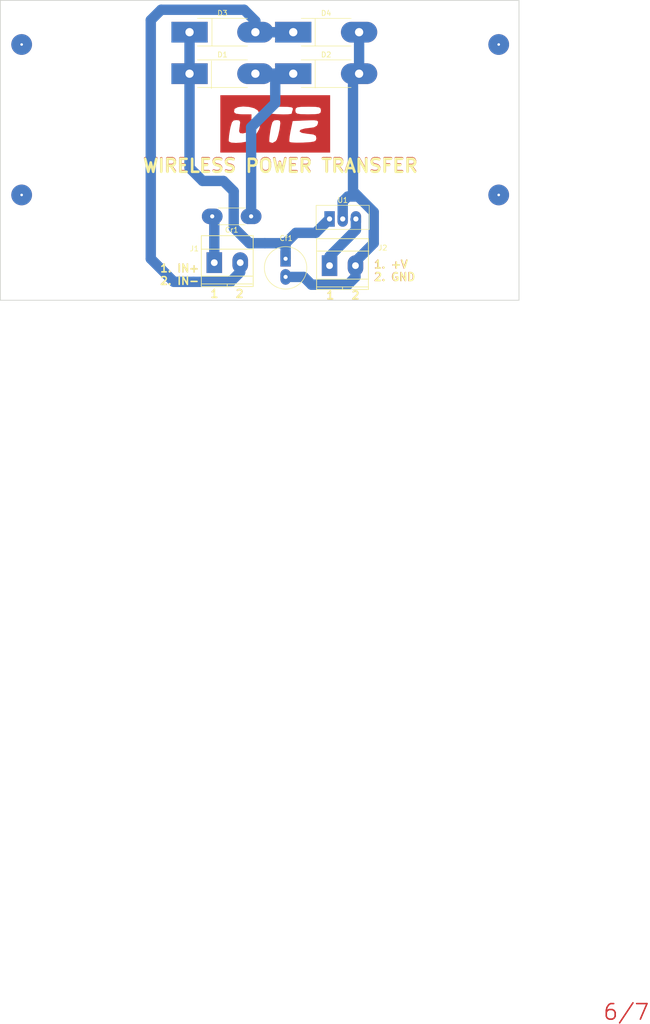
<source format=kicad_pcb>
(kicad_pcb (version 4) (host pcbnew 4.0.6)

  (general
    (links 13)
    (no_connects 0)
    (area 57.424999 82.819999 157.585001 140.775001)
    (thickness 1.6)
    (drawings 15)
    (tracks 57)
    (zones 0)
    (modules 10)
    (nets 7)
  )

  (page A4 portrait)
  (title_block
    (title "Placa de circuito impreso del secundario")
    (date 2017-10-26)
  )

  (layers
    (0 F.Cu signal)
    (31 B.Cu signal)
    (32 B.Adhes user hide)
    (33 F.Adhes user hide)
    (34 B.Paste user hide)
    (35 F.Paste user hide)
    (36 B.SilkS user hide)
    (37 F.SilkS user)
    (38 B.Mask user hide)
    (39 F.Mask user)
    (40 Dwgs.User user hide)
    (41 Cmts.User user hide)
    (42 Eco1.User user hide)
    (43 Eco2.User user hide)
    (44 Edge.Cuts user)
    (45 Margin user)
    (46 B.CrtYd user hide)
    (47 F.CrtYd user hide)
    (48 B.Fab user hide)
    (49 F.Fab user hide)
  )

  (setup
    (last_trace_width 0.25)
    (user_trace_width 0.8)
    (user_trace_width 2)
    (trace_clearance 0.2)
    (zone_clearance 0.508)
    (zone_45_only no)
    (trace_min 0.2)
    (segment_width 0.2)
    (edge_width 0.15)
    (via_size 2.5)
    (via_drill 0.5)
    (via_min_size 0.4)
    (via_min_drill 0.3)
    (user_via 4 0.5)
    (uvia_size 0.3)
    (uvia_drill 0.1)
    (uvias_allowed no)
    (uvia_min_size 0.2)
    (uvia_min_drill 0.1)
    (pcb_text_width 0.3)
    (pcb_text_size 1.5 1.5)
    (mod_edge_width 0.15)
    (mod_text_size 1 1)
    (mod_text_width 0.15)
    (pad_size 3 4)
    (pad_drill 1.3)
    (pad_to_mask_clearance 0.1)
    (aux_axis_origin 83.925 115.075)
    (visible_elements 7FFEFF69)
    (pcbplotparams
      (layerselection 0x010e0_80000001)
      (usegerberextensions true)
      (excludeedgelayer true)
      (linewidth 0.100000)
      (plotframeref false)
      (viasonmask false)
      (mode 1)
      (useauxorigin false)
      (hpglpennumber 1)
      (hpglpenspeed 20)
      (hpglpendiameter 15)
      (hpglpenoverlay 2)
      (psnegative false)
      (psa4output false)
      (plotreference true)
      (plotvalue false)
      (plotinvisibletext false)
      (padsonsilk false)
      (subtractmaskfromsilk false)
      (outputformat 1)
      (mirror false)
      (drillshape 0)
      (scaleselection 1)
      (outputdirectory C:/GIT/GERBER/wpt-secondary/))
  )

  (net 0 "")
  (net 1 "Net-(Cf1-Pad1)")
  (net 2 "Net-(Cf1-Pad2)")
  (net 3 "Net-(Cr1-Pad1)")
  (net 4 "Net-(Cr1-Pad2)")
  (net 5 "Net-(D3-Pad2)")
  (net 6 "Net-(J2-Pad1)")

  (net_class Default "Esta es la clase de red por defecto."
    (clearance 0.2)
    (trace_width 0.25)
    (via_dia 2.5)
    (via_drill 0.5)
    (uvia_dia 0.3)
    (uvia_drill 0.1)
    (add_net "Net-(Cf1-Pad1)")
    (add_net "Net-(Cf1-Pad2)")
    (add_net "Net-(Cr1-Pad1)")
    (add_net "Net-(Cr1-Pad2)")
    (add_net "Net-(D3-Pad2)")
    (add_net "Net-(J2-Pad1)")
  )

  (module TO_SOT_Packages_THT:TO-220-3_Vertical (layer F.Cu) (tedit 5A0D9DA9) (tstamp 59E8B1BD)
    (at 120.975 125.025)
    (descr "TO-220-3, Vertical, RM 2.54mm")
    (tags "TO-220-3 Vertical RM 2.54mm")
    (path /5AA693B6)
    (fp_text reference U1 (at 2.54 -3.62) (layer F.SilkS)
      (effects (font (size 1 1) (thickness 0.15)))
    )
    (fp_text value LM7812CT (at 7.525 -3.325) (layer F.Fab)
      (effects (font (size 1 1) (thickness 0.15)))
    )
    (fp_text user %R (at 2.54 -3.62) (layer F.Fab)
      (effects (font (size 1 1) (thickness 0.15)))
    )
    (fp_line (start -2.46 -2.5) (end -2.46 1.9) (layer F.Fab) (width 0.1))
    (fp_line (start -2.46 1.9) (end 7.54 1.9) (layer F.Fab) (width 0.1))
    (fp_line (start 7.54 1.9) (end 7.54 -2.5) (layer F.Fab) (width 0.1))
    (fp_line (start 7.54 -2.5) (end -2.46 -2.5) (layer F.Fab) (width 0.1))
    (fp_line (start -2.46 -1.23) (end 7.54 -1.23) (layer F.Fab) (width 0.1))
    (fp_line (start 0.69 -2.5) (end 0.69 -1.23) (layer F.Fab) (width 0.1))
    (fp_line (start 4.39 -2.5) (end 4.39 -1.23) (layer F.Fab) (width 0.1))
    (fp_line (start -2.58 -2.62) (end 7.66 -2.62) (layer F.SilkS) (width 0.12))
    (fp_line (start -2.58 2.021) (end 7.66 2.021) (layer F.SilkS) (width 0.12))
    (fp_line (start -2.58 -2.62) (end -2.58 2.021) (layer F.SilkS) (width 0.12))
    (fp_line (start 7.66 -2.62) (end 7.66 2.021) (layer F.SilkS) (width 0.12))
    (fp_line (start -2.71 -2.75) (end -2.71 2.16) (layer F.CrtYd) (width 0.05))
    (fp_line (start -2.71 2.16) (end 7.79 2.16) (layer F.CrtYd) (width 0.05))
    (fp_line (start 7.79 2.16) (end 7.79 -2.75) (layer F.CrtYd) (width 0.05))
    (fp_line (start 7.79 -2.75) (end -2.71 -2.75) (layer F.CrtYd) (width 0.05))
    (pad 1 thru_hole rect (at 0 0) (size 2 3) (drill 1) (layers *.Cu *.Mask)
      (net 1 "Net-(Cf1-Pad1)"))
    (pad 2 thru_hole oval (at 2.54 0) (size 2 3) (drill 1) (layers *.Cu *.Mask)
      (net 2 "Net-(Cf1-Pad2)"))
    (pad 3 thru_hole oval (at 5.08 0) (size 2 3) (drill 1) (layers *.Cu *.Mask)
      (net 6 "Net-(J2-Pad1)"))
    (model ${KISYS3DMOD}/TO_SOT_Packages_THT.3dshapes/TO-220-3_Vertical.wrl
      (at (xyz 0.1 0 0))
      (scale (xyz 0.393701 0.393701 0.393701))
      (rotate (xyz 0 0 0))
    )
  )

  (module Connectors_Terminal_Blocks:TerminalBlock_Pheonix_MKDS1.5-2pol (layer F.Cu) (tedit 5A17F068) (tstamp 59E8B15A)
    (at 120.975 134.025)
    (descr "2-way 5mm pitch terminal block, Phoenix MKDS series")
    (path /5AA68D13)
    (fp_text reference J2 (at 10.275 -3.425) (layer F.SilkS)
      (effects (font (size 1 1) (thickness 0.15)))
    )
    (fp_text value Screw_Terminal_1x02 (at 2.5 -6.6) (layer F.Fab)
      (effects (font (size 1 1) (thickness 0.15)))
    )
    (fp_line (start -2.7 -5.4) (end 7.7 -5.4) (layer F.CrtYd) (width 0.05))
    (fp_line (start -2.7 4.8) (end -2.7 -5.4) (layer F.CrtYd) (width 0.05))
    (fp_line (start 7.7 4.8) (end -2.7 4.8) (layer F.CrtYd) (width 0.05))
    (fp_line (start 7.7 -5.4) (end 7.7 4.8) (layer F.CrtYd) (width 0.05))
    (fp_line (start 2.5 4.1) (end 2.5 4.6) (layer F.SilkS) (width 0.15))
    (fp_line (start -2.5 2.6) (end 7.5 2.6) (layer F.SilkS) (width 0.15))
    (fp_line (start -2.4 -2.8) (end 7.6 -2.8) (layer F.SilkS) (width 0.15))
    (fp_line (start -2.5 4.1) (end 7.5 4.1) (layer F.SilkS) (width 0.15))
    (fp_line (start -2.5 4.6) (end 7.5 4.6) (layer F.SilkS) (width 0.15))
    (fp_line (start 7.5 4.6) (end 7.5 -5.2) (layer F.SilkS) (width 0.15))
    (fp_line (start 7.5 -5.2) (end -2.5 -5.2) (layer F.SilkS) (width 0.15))
    (fp_line (start -2.5 -5.2) (end -2.5 4.6) (layer F.SilkS) (width 0.15))
    (pad 1 thru_hole rect (at 0 0) (size 3 4) (drill 1.3) (layers *.Cu *.Mask)
      (net 6 "Net-(J2-Pad1)"))
    (pad 2 thru_hole oval (at 5 0) (size 3 4) (drill 1.3) (layers *.Cu *.Mask)
      (net 2 "Net-(Cf1-Pad2)"))
    (model Terminal_Blocks.3dshapes/TerminalBlock_Pheonix_MKDS1.5-2pol.wrl
      (at (xyz 0.0984 0 0))
      (scale (xyz 1 1 1))
      (rotate (xyz 0 0 0))
    )
  )

  (module Connectors_Terminal_Blocks:TerminalBlock_Pheonix_MKDS1.5-2pol (layer F.Cu) (tedit 5A17F104) (tstamp 59E8B154)
    (at 98.75 133.45)
    (descr "2-way 5mm pitch terminal block, Phoenix MKDS series")
    (path /5AA68BEF)
    (fp_text reference J1 (at -3.85 -2.7) (layer F.SilkS)
      (effects (font (size 1 1) (thickness 0.15)))
    )
    (fp_text value Screw_Terminal_1x02 (at 2.5 -6.6) (layer F.Fab)
      (effects (font (size 1 1) (thickness 0.15)))
    )
    (fp_line (start -2.7 -5.4) (end 7.7 -5.4) (layer F.CrtYd) (width 0.05))
    (fp_line (start -2.7 4.8) (end -2.7 -5.4) (layer F.CrtYd) (width 0.05))
    (fp_line (start 7.7 4.8) (end -2.7 4.8) (layer F.CrtYd) (width 0.05))
    (fp_line (start 7.7 -5.4) (end 7.7 4.8) (layer F.CrtYd) (width 0.05))
    (fp_line (start 2.5 4.1) (end 2.5 4.6) (layer F.SilkS) (width 0.15))
    (fp_line (start -2.5 2.6) (end 7.5 2.6) (layer F.SilkS) (width 0.15))
    (fp_line (start -2.5 -2.6) (end 7.5 -2.6) (layer F.SilkS) (width 0.15))
    (fp_line (start -2.5 4.1) (end 7.5 4.1) (layer F.SilkS) (width 0.15))
    (fp_line (start -2.5 4.6) (end 7.5 4.6) (layer F.SilkS) (width 0.15))
    (fp_line (start 7.5 4.6) (end 7.5 -5.2) (layer F.SilkS) (width 0.15))
    (fp_line (start 7.5 -5.2) (end -2.5 -5.2) (layer F.SilkS) (width 0.15))
    (fp_line (start -2.5 -5.2) (end -2.5 4.6) (layer F.SilkS) (width 0.15))
    (pad 1 thru_hole rect (at 0 0) (size 3 4) (drill 1.3) (layers *.Cu *.Mask)
      (net 4 "Net-(Cr1-Pad2)"))
    (pad 2 thru_hole oval (at 5 0) (size 3 4) (drill 1.3) (layers *.Cu *.Mask)
      (net 5 "Net-(D3-Pad2)"))
    (model Terminal_Blocks.3dshapes/TerminalBlock_Pheonix_MKDS1.5-2pol.wrl
      (at (xyz 0.0984 0 0))
      (scale (xyz 1 1 1))
      (rotate (xyz 0 0 0))
    )
  )

  (module Diodes_THT:D_DO-201AD_P12.70mm_Horizontal (layer F.Cu) (tedit 59F341B0) (tstamp 59E8B14E)
    (at 113.975 89.025)
    (descr "D, DO-201AD series, Axial, Horizontal, pin pitch=12.7mm, , length*diameter=9.5*5.2mm^2, , http://www.diodes.com/_files/packages/DO-201AD.pdf")
    (tags "D DO-201AD series Axial Horizontal pin pitch 12.7mm  length 9.5mm diameter 5.2mm")
    (path /5AA692A5)
    (fp_text reference D4 (at 6.35 -3.66) (layer F.SilkS)
      (effects (font (size 1 1) (thickness 0.15)))
    )
    (fp_text value D_Schottky (at 6.35 3.66) (layer F.Fab)
      (effects (font (size 1 1) (thickness 0.15)))
    )
    (fp_text user %R (at 6.35 0) (layer F.Fab)
      (effects (font (size 1 1) (thickness 0.15)))
    )
    (fp_line (start 1.6 -2.6) (end 1.6 2.6) (layer F.Fab) (width 0.1))
    (fp_line (start 1.6 2.6) (end 11.1 2.6) (layer F.Fab) (width 0.1))
    (fp_line (start 11.1 2.6) (end 11.1 -2.6) (layer F.Fab) (width 0.1))
    (fp_line (start 11.1 -2.6) (end 1.6 -2.6) (layer F.Fab) (width 0.1))
    (fp_line (start 0 0) (end 1.6 0) (layer F.Fab) (width 0.1))
    (fp_line (start 12.7 0) (end 11.1 0) (layer F.Fab) (width 0.1))
    (fp_line (start 3.025 -2.6) (end 3.025 2.6) (layer F.Fab) (width 0.1))
    (fp_line (start 1.54 -2.66) (end 11.16 -2.66) (layer F.SilkS) (width 0.12))
    (fp_line (start 1.54 2.66) (end 11.16 2.66) (layer F.SilkS) (width 0.12))
    (fp_line (start 4.225 -2.66) (end 4.225 2.66) (layer F.SilkS) (width 0.12))
    (fp_line (start -1.85 -2.95) (end -1.85 2.95) (layer F.CrtYd) (width 0.05))
    (fp_line (start -1.85 2.95) (end 14.55 2.95) (layer F.CrtYd) (width 0.05))
    (fp_line (start 14.55 2.95) (end 14.55 -2.95) (layer F.CrtYd) (width 0.05))
    (fp_line (start 14.55 -2.95) (end -1.85 -2.95) (layer F.CrtYd) (width 0.05))
    (pad 1 thru_hole rect (at 0 0) (size 7 4) (drill 1.6) (layers *.Cu *.Mask)
      (net 5 "Net-(D3-Pad2)"))
    (pad 2 thru_hole oval (at 12.7 0) (size 7 4) (drill 1.6) (layers *.Cu *.Mask)
      (net 2 "Net-(Cf1-Pad2)"))
    (model ${KISYS3DMOD}/Diodes_THT.3dshapes/D_DO-201AD_P12.70mm_Horizontal.wrl
      (at (xyz 0 0 0))
      (scale (xyz 0.393701 0.393701 0.393701))
      (rotate (xyz 0 0 0))
    )
  )

  (module Diodes_THT:D_DO-201AD_P12.70mm_Horizontal (layer F.Cu) (tedit 59F341B3) (tstamp 59E8B148)
    (at 93.975 89.025)
    (descr "D, DO-201AD series, Axial, Horizontal, pin pitch=12.7mm, , length*diameter=9.5*5.2mm^2, , http://www.diodes.com/_files/packages/DO-201AD.pdf")
    (tags "D DO-201AD series Axial Horizontal pin pitch 12.7mm  length 9.5mm diameter 5.2mm")
    (path /5AA6923A)
    (fp_text reference D3 (at 6.35 -3.66) (layer F.SilkS)
      (effects (font (size 1 1) (thickness 0.15)))
    )
    (fp_text value D_Schottky (at 6.35 3.66) (layer F.Fab)
      (effects (font (size 1 1) (thickness 0.15)))
    )
    (fp_text user %R (at 6.35 0) (layer F.Fab)
      (effects (font (size 1 1) (thickness 0.15)))
    )
    (fp_line (start 1.6 -2.6) (end 1.6 2.6) (layer F.Fab) (width 0.1))
    (fp_line (start 1.6 2.6) (end 11.1 2.6) (layer F.Fab) (width 0.1))
    (fp_line (start 11.1 2.6) (end 11.1 -2.6) (layer F.Fab) (width 0.1))
    (fp_line (start 11.1 -2.6) (end 1.6 -2.6) (layer F.Fab) (width 0.1))
    (fp_line (start 0 0) (end 1.6 0) (layer F.Fab) (width 0.1))
    (fp_line (start 12.7 0) (end 11.1 0) (layer F.Fab) (width 0.1))
    (fp_line (start 3.025 -2.6) (end 3.025 2.6) (layer F.Fab) (width 0.1))
    (fp_line (start 1.54 -2.66) (end 11.16 -2.66) (layer F.SilkS) (width 0.12))
    (fp_line (start 1.54 2.66) (end 11.16 2.66) (layer F.SilkS) (width 0.12))
    (fp_line (start 4.325 -2.66) (end 4.325 2.66) (layer F.SilkS) (width 0.12))
    (fp_line (start -1.85 -2.95) (end -1.85 2.95) (layer F.CrtYd) (width 0.05))
    (fp_line (start -1.85 2.95) (end 14.55 2.95) (layer F.CrtYd) (width 0.05))
    (fp_line (start 14.55 2.95) (end 14.55 -2.95) (layer F.CrtYd) (width 0.05))
    (fp_line (start 14.55 -2.95) (end -1.85 -2.95) (layer F.CrtYd) (width 0.05))
    (pad 1 thru_hole rect (at 0 0) (size 7 4) (drill 1.6) (layers *.Cu *.Mask)
      (net 1 "Net-(Cf1-Pad1)"))
    (pad 2 thru_hole oval (at 12.7 0) (size 7 4) (drill 1.6) (layers *.Cu *.Mask)
      (net 5 "Net-(D3-Pad2)"))
    (model ${KISYS3DMOD}/Diodes_THT.3dshapes/D_DO-201AD_P12.70mm_Horizontal.wrl
      (at (xyz 0 0 0))
      (scale (xyz 0.393701 0.393701 0.393701))
      (rotate (xyz 0 0 0))
    )
  )

  (module Diodes_THT:D_DO-201AD_P12.70mm_Horizontal (layer F.Cu) (tedit 59F341A7) (tstamp 59E8B142)
    (at 113.975 97.025)
    (descr "D, DO-201AD series, Axial, Horizontal, pin pitch=12.7mm, , length*diameter=9.5*5.2mm^2, , http://www.diodes.com/_files/packages/DO-201AD.pdf")
    (tags "D DO-201AD series Axial Horizontal pin pitch 12.7mm  length 9.5mm diameter 5.2mm")
    (path /5AA692F5)
    (fp_text reference D2 (at 6.35 -3.66) (layer F.SilkS)
      (effects (font (size 1 1) (thickness 0.15)))
    )
    (fp_text value D_Schottky (at 6.35 3.66) (layer F.Fab)
      (effects (font (size 1 1) (thickness 0.15)))
    )
    (fp_text user %R (at 6.35 0) (layer F.Fab)
      (effects (font (size 1 1) (thickness 0.15)))
    )
    (fp_line (start 1.6 -2.6) (end 1.6 2.6) (layer F.Fab) (width 0.1))
    (fp_line (start 1.6 2.6) (end 11.1 2.6) (layer F.Fab) (width 0.1))
    (fp_line (start 11.1 2.6) (end 11.1 -2.6) (layer F.Fab) (width 0.1))
    (fp_line (start 11.1 -2.6) (end 1.6 -2.6) (layer F.Fab) (width 0.1))
    (fp_line (start 0 0) (end 1.6 0) (layer F.Fab) (width 0.1))
    (fp_line (start 12.7 0) (end 11.1 0) (layer F.Fab) (width 0.1))
    (fp_line (start 3.025 -2.6) (end 3.025 2.6) (layer F.Fab) (width 0.1))
    (fp_line (start 1.54 -2.66) (end 11.16 -2.66) (layer F.SilkS) (width 0.12))
    (fp_line (start 1.54 2.66) (end 11.16 2.66) (layer F.SilkS) (width 0.12))
    (fp_line (start 4.225 -2.56) (end 4.225 2.76) (layer F.SilkS) (width 0.12))
    (fp_line (start -1.85 -2.95) (end -1.85 2.95) (layer F.CrtYd) (width 0.05))
    (fp_line (start -1.85 2.95) (end 14.55 2.95) (layer F.CrtYd) (width 0.05))
    (fp_line (start 14.55 2.95) (end 14.55 -2.95) (layer F.CrtYd) (width 0.05))
    (fp_line (start 14.55 -2.95) (end -1.85 -2.95) (layer F.CrtYd) (width 0.05))
    (pad 1 thru_hole rect (at 0 0) (size 7 4) (drill 1.6) (layers *.Cu *.Mask)
      (net 3 "Net-(Cr1-Pad1)"))
    (pad 2 thru_hole oval (at 12.7 0) (size 7 4) (drill 1.6) (layers *.Cu *.Mask)
      (net 2 "Net-(Cf1-Pad2)"))
    (model ${KISYS3DMOD}/Diodes_THT.3dshapes/D_DO-201AD_P12.70mm_Horizontal.wrl
      (at (xyz 0 0 0))
      (scale (xyz 0.393701 0.393701 0.393701))
      (rotate (xyz 0 0 0))
    )
  )

  (module Diodes_THT:D_DO-201AD_P12.70mm_Horizontal (layer F.Cu) (tedit 59F3419D) (tstamp 59E8B13C)
    (at 93.975 97.025)
    (descr "D, DO-201AD series, Axial, Horizontal, pin pitch=12.7mm, , length*diameter=9.5*5.2mm^2, , http://www.diodes.com/_files/packages/DO-201AD.pdf")
    (tags "D DO-201AD series Axial Horizontal pin pitch 12.7mm  length 9.5mm diameter 5.2mm")
    (path /5AA691A7)
    (fp_text reference D1 (at 6.35 -3.66) (layer F.SilkS)
      (effects (font (size 1 1) (thickness 0.15)))
    )
    (fp_text value D_Schottky (at 6.35 3.66) (layer F.Fab)
      (effects (font (size 1 1) (thickness 0.15)))
    )
    (fp_text user %R (at 6.35 0) (layer F.Fab)
      (effects (font (size 1 1) (thickness 0.15)))
    )
    (fp_line (start 1.6 -2.6) (end 1.6 2.6) (layer F.Fab) (width 0.1))
    (fp_line (start 1.6 2.6) (end 11.1 2.6) (layer F.Fab) (width 0.1))
    (fp_line (start 11.1 2.6) (end 11.1 -2.6) (layer F.Fab) (width 0.1))
    (fp_line (start 11.1 -2.6) (end 1.6 -2.6) (layer F.Fab) (width 0.1))
    (fp_line (start 0 0) (end 1.6 0) (layer F.Fab) (width 0.1))
    (fp_line (start 12.7 0) (end 11.1 0) (layer F.Fab) (width 0.1))
    (fp_line (start 3.025 -2.6) (end 3.025 2.6) (layer F.Fab) (width 0.1))
    (fp_line (start 1.54 -2.66) (end 11.16 -2.66) (layer F.SilkS) (width 0.12))
    (fp_line (start 1.54 2.66) (end 11.16 2.66) (layer F.SilkS) (width 0.12))
    (fp_line (start 4.225 -2.46) (end 4.225 2.86) (layer F.SilkS) (width 0.12))
    (fp_line (start -1.85 -2.95) (end -1.85 2.95) (layer F.CrtYd) (width 0.05))
    (fp_line (start -1.85 2.95) (end 14.55 2.95) (layer F.CrtYd) (width 0.05))
    (fp_line (start 14.55 2.95) (end 14.55 -2.95) (layer F.CrtYd) (width 0.05))
    (fp_line (start 14.55 -2.95) (end -1.85 -2.95) (layer F.CrtYd) (width 0.05))
    (pad 1 thru_hole rect (at 0 0) (size 7 4) (drill 1.6) (layers *.Cu *.Mask)
      (net 1 "Net-(Cf1-Pad1)"))
    (pad 2 thru_hole oval (at 12.7 0) (size 7 4) (drill 1.6) (layers *.Cu *.Mask)
      (net 3 "Net-(Cr1-Pad1)"))
    (model ${KISYS3DMOD}/Diodes_THT.3dshapes/D_DO-201AD_P12.70mm_Horizontal.wrl
      (at (xyz 0 0 0))
      (scale (xyz 0.393701 0.393701 0.393701))
      (rotate (xyz 0 0 0))
    )
  )

  (module Capacitors_THT:C_Axial_L5.1mm_D3.1mm_P7.50mm_Horizontal (layer F.Cu) (tedit 59F34247) (tstamp 59E8B136)
    (at 105.85 124.525 180)
    (descr "C, Axial series, Axial, Horizontal, pin pitch=7.5mm, , length*diameter=5.1*3.1mm^2, http://www.vishay.com/docs/45231/arseries.pdf")
    (tags "C Axial series Axial Horizontal pin pitch 7.5mm  length 5.1mm diameter 3.1mm")
    (path /5AA6909C)
    (fp_text reference Cr1 (at 3.75 -2.61 180) (layer F.SilkS)
      (effects (font (size 1 1) (thickness 0.15)))
    )
    (fp_text value C (at 3.75 2.61 180) (layer F.Fab)
      (effects (font (size 1 1) (thickness 0.15)))
    )
    (fp_line (start 1.2 -1.55) (end 1.2 1.55) (layer F.Fab) (width 0.1))
    (fp_line (start 1.2 1.55) (end 6.3 1.55) (layer F.Fab) (width 0.1))
    (fp_line (start 6.3 1.55) (end 6.3 -1.55) (layer F.Fab) (width 0.1))
    (fp_line (start 6.3 -1.55) (end 1.2 -1.55) (layer F.Fab) (width 0.1))
    (fp_line (start 0 0) (end 1.2 0) (layer F.Fab) (width 0.1))
    (fp_line (start 7.5 0) (end 6.3 0) (layer F.Fab) (width 0.1))
    (fp_line (start 1.14 1.61) (end 6.36 1.61) (layer F.SilkS) (width 0.12))
    (fp_line (start 6.36 -1.61) (end 1.14 -1.61) (layer F.SilkS) (width 0.12))
    (fp_line (start -1.05 -1.9) (end -1.05 1.9) (layer F.CrtYd) (width 0.05))
    (fp_line (start -1.05 1.9) (end 8.55 1.9) (layer F.CrtYd) (width 0.05))
    (fp_line (start 8.55 1.9) (end 8.55 -1.9) (layer F.CrtYd) (width 0.05))
    (fp_line (start 8.55 -1.9) (end -1.05 -1.9) (layer F.CrtYd) (width 0.05))
    (fp_text user %R (at 3.75 0 180) (layer F.Fab)
      (effects (font (size 1 1) (thickness 0.15)))
    )
    (pad 1 thru_hole oval (at 0 0 180) (size 4 3) (drill 0.8) (layers *.Cu *.Mask)
      (net 3 "Net-(Cr1-Pad1)"))
    (pad 2 thru_hole oval (at 7.5 0 180) (size 4 3) (drill 0.8) (layers *.Cu *.Mask)
      (net 4 "Net-(Cr1-Pad2)"))
    (model ${KISYS3DMOD}/Capacitors_THT.3dshapes/C_Axial_L5.1mm_D3.1mm_P7.50mm_Horizontal.wrl
      (at (xyz 0 0 0))
      (scale (xyz 1 1 1))
      (rotate (xyz 0 0 0))
    )
  )

  (module Capacitors_THT:CP_Radial_D8.0mm_P3.50mm (layer F.Cu) (tedit 5A1BBB10) (tstamp 59F31B8A)
    (at 112.5 132.7 270)
    (descr "CP, Radial series, Radial, pin pitch=3.50mm, , diameter=8mm, Electrolytic Capacitor")
    (tags "CP Radial series Radial pin pitch 3.50mm  diameter 8mm Electrolytic Capacitor")
    (path /5AA69342)
    (fp_text reference Cf1 (at -3.95 -0.1 360) (layer F.SilkS)
      (effects (font (size 1 1) (thickness 0.15)))
    )
    (fp_text value C (at 1.75 5.31 270) (layer F.Fab)
      (effects (font (size 1 1) (thickness 0.15)))
    )
    (fp_circle (center 1.75 0) (end 5.75 0) (layer F.Fab) (width 0.1))
    (fp_circle (center 1.75 0) (end 5.84 0) (layer F.SilkS) (width 0.12))
    (fp_line (start -2.2 0) (end -1 0) (layer F.Fab) (width 0.1))
    (fp_line (start -1.6 -0.65) (end -1.6 0.65) (layer F.Fab) (width 0.1))
    (fp_line (start -2.6 -4.35) (end -2.6 4.35) (layer F.CrtYd) (width 0.05))
    (fp_line (start -2.6 4.35) (end 6.1 4.35) (layer F.CrtYd) (width 0.05))
    (fp_line (start 6.1 4.35) (end 6.1 -4.35) (layer F.CrtYd) (width 0.05))
    (fp_line (start 6.1 -4.35) (end -2.6 -4.35) (layer F.CrtYd) (width 0.05))
    (fp_text user %R (at -1 -5 270) (layer F.Fab)
      (effects (font (size 1 1) (thickness 0.15)))
    )
    (pad 1 thru_hole rect (at 0 0 270) (size 3 2) (drill 0.8) (layers *.Cu *.Mask)
      (net 1 "Net-(Cf1-Pad1)"))
    (pad 2 thru_hole oval (at 3.5 0 270) (size 3 2) (drill 0.8) (layers *.Cu *.Mask)
      (net 2 "Net-(Cf1-Pad2)"))
    (model ${KISYS3DMOD}/Capacitors_THT.3dshapes/CP_Radial_D8.0mm_P3.50mm.wrl
      (at (xyz 0 0 0))
      (scale (xyz 1 1 1))
      (rotate (xyz 0 0 0))
    )
  )

  (module componentes:DTE (layer F.Cu) (tedit 5A17EE7A) (tstamp 59F343D5)
    (at 110.5 106.7)
    (fp_text reference G*** (at 14 1) (layer F.SilkS) hide
      (effects (font (thickness 0.3)))
    )
    (fp_text value LOGO (at 0 -7) (layer F.SilkS) hide
      (effects (font (thickness 0.3)))
    )
    (fp_poly (pts (xy 10.583333 5.521739) (xy -10.583333 5.521739) (xy -10.583333 3.151421) (xy -8.976255 3.151421)
      (xy -8.941603 3.404605) (xy -8.471931 3.611035) (xy -7.568444 3.672473) (xy -6.48662 3.601085)
      (xy -5.481938 3.409041) (xy -5.043153 3.242287) (xy -1.156825 3.242287) (xy -1.116046 3.498232)
      (xy -0.529392 3.679508) (xy 0.094997 3.331637) (xy 0.142861 3.262631) (xy 2.712002 3.262631)
      (xy 2.760345 3.493887) (xy 3.191451 3.587007) (xy 4.129052 3.627377) (xy 5.375387 3.606931)
      (xy 5.452643 3.603724) (xy 6.758546 3.525851) (xy 7.508329 3.398647) (xy 7.851423 3.171425)
      (xy 7.937264 2.793498) (xy 7.9375 2.760869) (xy 7.826041 2.302037) (xy 7.376946 2.051798)
      (xy 6.418142 1.924093) (xy 6.239159 1.911474) (xy 5.129353 1.732686) (xy 4.685825 1.445791)
      (xy 4.893944 1.135574) (xy 5.739078 0.886823) (xy 6.429291 0.809646) (xy 7.495313 0.661242)
      (xy 8.044234 0.348535) (xy 8.224659 -0.034129) (xy 8.270597 -0.411767) (xy 8.078077 -0.62074)
      (xy 7.508232 -0.698212) (xy 6.422192 -0.681345) (xy 5.887035 -0.659717) (xy 3.365682 -0.552174)
      (xy 2.959293 1.362626) (xy 2.767591 2.471854) (xy 2.712002 3.262631) (xy 0.142861 3.262631)
      (xy 0.299398 3.036956) (xy 0.561398 2.272401) (xy 0.814184 1.162629) (xy 0.871985 0.828261)
      (xy 0.997035 -0.147672) (xy 0.906844 -0.600822) (xy 0.524302 -0.730387) (xy 0.266384 -0.736232)
      (xy -0.239603 -0.653756) (xy -0.559532 -0.290267) (xy -0.797034 0.528328) (xy -0.939467 1.289536)
      (xy -1.103344 2.428916) (xy -1.156825 3.242287) (xy -5.043153 3.242287) (xy -4.972896 3.215587)
      (xy -3.851823 2.290548) (xy -3.092978 1.02672) (xy -2.751964 -0.374092) (xy -2.884382 -1.710085)
      (xy -3.370787 -2.599179) (xy -3.499174 -2.678487) (xy -2.059003 -2.678487) (xy -1.940278 -2.208696)
      (xy -1.544993 -2.060757) (xy -0.68922 -1.941485) (xy 0.414998 -1.859757) (xy 1.555616 -1.824453)
      (xy 2.520589 -1.844449) (xy 3.097873 -1.928623) (xy 3.175 -1.994531) (xy 3.284744 -2.427244)
      (xy 3.336184 -2.576812) (xy 3.880555 -2.576812) (xy 3.947179 -2.1899) (xy 4.247625 -1.968243)
      (xy 4.932755 -1.866864) (xy 6.153433 -1.840785) (xy 6.35 -1.84058) (xy 7.647768 -1.860443)
      (xy 8.391242 -1.950017) (xy 8.731284 -2.154279) (xy 8.818755 -2.518208) (xy 8.819444 -2.576812)
      (xy 8.752821 -2.963724) (xy 8.452375 -3.185381) (xy 7.767244 -3.28676) (xy 6.546567 -3.312838)
      (xy 6.35 -3.313044) (xy 5.052231 -3.293181) (xy 4.308757 -3.203607) (xy 3.968716 -2.999345)
      (xy 3.881244 -2.635416) (xy 3.880555 -2.576812) (xy 3.336184 -2.576812) (xy 3.389132 -2.730763)
      (xy 3.40683 -3.029061) (xy 3.104468 -3.205573) (xy 2.356148 -3.290238) (xy 1.035973 -3.312993)
      (xy 0.940507 -3.313044) (xy -0.69028 -3.248747) (xy -1.67392 -3.043437) (xy -2.059003 -2.678487)
      (xy -3.499174 -2.678487) (xy -4.057321 -3.023266) (xy -5.081615 -3.277402) (xy -6.206175 -3.351163)
      (xy -7.193504 -3.234129) (xy -7.806108 -2.915876) (xy -7.87545 -2.796859) (xy -7.941926 -2.259824)
      (xy -7.570548 -1.963592) (xy -6.652207 -1.848901) (xy -6.114815 -1.84058) (xy -4.586111 -1.84058)
      (xy -4.586111 -0.44174) (xy -4.764536 0.882419) (xy -5.329253 1.622904) (xy -6.260152 1.840579)
      (xy -6.798068 1.767001) (xy -6.963078 1.40432) (xy -6.855891 0.552174) (xy -6.747609 -0.305273)
      (xy -6.917984 -0.663195) (xy -7.47409 -0.7362) (xy -7.498715 -0.736232) (xy -8.027077 -0.651585)
      (xy -8.359779 -0.279222) (xy -8.610871 0.558485) (xy -8.739287 1.195909) (xy -8.916236 2.327393)
      (xy -8.976255 3.151421) (xy -10.583333 3.151421) (xy -10.583333 -5.521739) (xy 10.583333 -5.521739)
      (xy 10.583333 5.521739)) (layer F.Cu) (width 0.01))
  )

  (gr_text 6/7 (at 178.2 277.9) (layer F.Cu)
    (effects (font (size 3 3) (thickness 0.3)))
  )
  (gr_line (start 57.5 140.7) (end 57.5 82.9) (angle 90) (layer Edge.Cuts) (width 0.15))
  (gr_line (start 157.51 140.7) (end 157.51 82.9) (angle 90) (layer Edge.Cuts) (width 0.15))
  (gr_text "1   2" (at 101.2 139.45) (layer F.SilkS)
    (effects (font (size 1.5 1.5) (thickness 0.3)))
  )
  (gr_text "1   2" (at 101.2 139.45) (layer F.Cu)
    (effects (font (size 1.5 1.5) (thickness 0.3)))
  )
  (gr_text "1   2" (at 123.55 139.75) (layer F.Cu)
    (effects (font (size 1.5 1.5) (thickness 0.3)))
  )
  (gr_text "1   2" (at 123.55 139.75) (layer F.SilkS)
    (effects (font (size 1.5 1.5) (thickness 0.3)))
  )
  (gr_text "1. +V\n2. GND" (at 129.45 135) (layer F.SilkS)
    (effects (font (size 1.5 1.5) (thickness 0.3)) (justify left))
  )
  (gr_text "1. IN+\n2. IN-" (at 88.15 135.75) (layer F.SilkS)
    (effects (font (size 1.5 1.5) (thickness 0.3)) (justify left))
  )
  (gr_text "1. +V\n2. GND" (at 129.4 135) (layer F.Cu)
    (effects (font (size 1.5 1.5) (thickness 0.3)) (justify left))
  )
  (gr_text "1. IN+\n2. IN-" (at 88.15 135.75) (layer F.Cu)
    (effects (font (size 1.5 1.5) (thickness 0.3)) (justify left))
  )
  (gr_text "WIRELESS POWER TRANSFER" (at 111.5 114.8) (layer F.SilkS)
    (effects (font (size 2.5 2.5) (thickness 0.5)))
  )
  (gr_line (start 157.5 140.7) (end 57.5 140.7) (angle 90) (layer Edge.Cuts) (width 0.15))
  (gr_line (start 57.5 82.895) (end 157.5 82.895) (angle 90) (layer Edge.Cuts) (width 0.15))
  (gr_text "WIRELESS POWER TRANSFER" (at 111.5 114.7) (layer F.Cu)
    (effects (font (size 2.5 2.5) (thickness 0.5)))
  )

  (via (at 61.6 91.4) (size 4) (drill 0.5) (layers F.Cu B.Cu) (net 0))
  (via (at 61.6 120.4) (size 4) (drill 0.5) (layers F.Cu B.Cu) (net 0))
  (via (at 153.6 120.4) (size 4) (drill 0.5) (layers F.Cu B.Cu) (net 0))
  (via (at 153.6 91.4) (size 4) (drill 0.5) (layers F.Cu B.Cu) (net 0))
  (segment (start 102.5 119.7) (end 100.5 117.7) (width 2) (layer B.Cu) (net 1))
  (segment (start 112.5 129.7) (end 108.5 129.7) (width 2) (layer B.Cu) (net 1))
  (segment (start 108.5 129.7) (end 105.5 129.7) (width 2) (layer B.Cu) (net 1) (tstamp 59F31A93))
  (segment (start 105.5 129.7) (end 102.5 126.7) (width 2) (layer B.Cu) (net 1) (tstamp 59F31A94))
  (segment (start 102.5 126.7) (end 102.5 119.7) (width 2) (layer B.Cu) (net 1) (tstamp 59F31A95))
  (segment (start 93.975 115.175) (end 93.975 97.025) (width 2) (layer B.Cu) (net 1) (tstamp 5A09955C))
  (segment (start 96.5 117.7) (end 93.975 115.175) (width 2) (layer B.Cu) (net 1) (tstamp 5A099558))
  (segment (start 100.5 117.7) (end 96.5 117.7) (width 2) (layer B.Cu) (net 1) (tstamp 5A099552))
  (segment (start 93.975 97.025) (end 93.975 89.025) (width 2) (layer B.Cu) (net 1))
  (segment (start 112.5 132.7) (end 112.5 129.7) (width 2) (layer B.Cu) (net 1))
  (segment (start 118.3 127.7) (end 120.975 125.025) (width 2) (layer B.Cu) (net 1) (tstamp 59F31D91))
  (segment (start 112.5 129.7) (end 114.5 127.7) (width 2) (layer B.Cu) (net 1) (tstamp 59F31D8F))
  (segment (start 114.5 127.7) (end 118.3 127.7) (width 2) (layer B.Cu) (net 1) (tstamp 59F31D90))
  (segment (start 125.5 119.7) (end 125.5 98.2) (width 2) (layer B.Cu) (net 2))
  (segment (start 125.5 98.2) (end 126.675 97.025) (width 2) (layer B.Cu) (net 2) (tstamp 5A099569))
  (segment (start 126.675 97.025) (end 126.675 89.025) (width 2) (layer B.Cu) (net 2))
  (segment (start 126.5 97.2) (end 126.675 97.025) (width 2) (layer B.Cu) (net 2) (tstamp 59F31DAF))
  (segment (start 125.975 134.025) (end 125.975 133.225) (width 2) (layer B.Cu) (net 2))
  (segment (start 125.975 133.225) (end 129.5 129.7) (width 2) (layer B.Cu) (net 2) (tstamp 59F31DA6))
  (segment (start 129.5 129.7) (end 129.5 123.7) (width 2) (layer B.Cu) (net 2) (tstamp 59F31DA7))
  (segment (start 129.5 123.7) (end 125.5 119.7) (width 2) (layer B.Cu) (net 2) (tstamp 59F31DA8))
  (segment (start 125.5 119.7) (end 126.5 120.7) (width 2) (layer B.Cu) (net 2) (tstamp 5A099567))
  (segment (start 123.515 121.685) (end 123.515 125.025) (width 2) (layer B.Cu) (net 2) (tstamp 59F31DAB))
  (segment (start 126.5 120.7) (end 124.5 120.7) (width 2) (layer B.Cu) (net 2) (tstamp 59F31DA9))
  (segment (start 124.5 120.7) (end 123.515 121.685) (width 2) (layer B.Cu) (net 2) (tstamp 59F31DAA))
  (segment (start 112.5 136.2) (end 116 136.2) (width 2) (layer B.Cu) (net 2))
  (segment (start 125.975 136.225) (end 125.975 134.025) (width 2) (layer B.Cu) (net 2) (tstamp 59F31D9F))
  (segment (start 124.5 137.7) (end 125.975 136.225) (width 2) (layer B.Cu) (net 2) (tstamp 59F31D9E))
  (segment (start 117.5 137.7) (end 124.5 137.7) (width 2) (layer B.Cu) (net 2) (tstamp 59F31D9D))
  (segment (start 116 136.2) (end 117.5 137.7) (width 2) (layer B.Cu) (net 2) (tstamp 59F31D9C))
  (segment (start 126.055 133.945) (end 125.975 134.025) (width 2) (layer B.Cu) (net 2) (tstamp 59E8B5D6))
  (segment (start 105.85 124.525) (end 105.85 107.35) (width 2) (layer B.Cu) (net 3))
  (segment (start 105.85 107.35) (end 110.5 102.7) (width 2) (layer B.Cu) (net 3) (tstamp 59F341A6))
  (segment (start 110.5 102.7) (end 110.5 97.025) (width 2) (layer B.Cu) (net 3) (tstamp 59F341A7))
  (segment (start 113.975 97.025) (end 110.5 97.025) (width 2) (layer B.Cu) (net 3))
  (segment (start 110.5 97.025) (end 106.675 97.025) (width 2) (layer B.Cu) (net 3) (tstamp 59F341AA))
  (segment (start 98.75 133.45) (end 98.75 124.925) (width 2) (layer B.Cu) (net 4))
  (segment (start 98.75 124.925) (end 98.35 124.525) (width 2) (layer B.Cu) (net 4) (tstamp 59F20109))
  (segment (start 86.5 86.7) (end 86.5 132.7) (width 2) (layer B.Cu) (net 5))
  (segment (start 88.5 84.7) (end 86.5 86.7) (width 2) (layer B.Cu) (net 5) (tstamp 59F3453C))
  (segment (start 86.5 132.7) (end 90.95 137.15) (width 2) (layer B.Cu) (net 5) (tstamp 59F3453E))
  (segment (start 90.95 137.15) (end 94.725 137.15) (width 2) (layer B.Cu) (net 5) (tstamp 59F3453F))
  (segment (start 106.675 89.025) (end 106.675 86.875) (width 2) (layer B.Cu) (net 5) (tstamp 59F3419B))
  (segment (start 104.5 84.7) (end 106.675 86.875) (width 2) (layer B.Cu) (net 5) (tstamp 59F3419A))
  (segment (start 101.875 137.15) (end 94.725 137.15) (width 2) (layer B.Cu) (net 5) (tstamp 59F20103))
  (segment (start 101.875 137.15) (end 103.75 135.275) (width 2) (layer B.Cu) (net 5) (tstamp 59F20102))
  (segment (start 104.5 84.7) (end 88.5 84.7) (width 2) (layer B.Cu) (net 5))
  (segment (start 103.75 133.45) (end 103.75 135.275) (width 2) (layer B.Cu) (net 5))
  (segment (start 106.675 89.025) (end 113.975 89.025) (width 2) (layer B.Cu) (net 5))
  (segment (start 120.975 134.025) (end 120.975 132.225) (width 2) (layer B.Cu) (net 6))
  (segment (start 126.055 127.145) (end 126.055 125.025) (width 2) (layer B.Cu) (net 6) (tstamp 59F31DA3))
  (segment (start 120.975 132.225) (end 126.055 127.145) (width 2) (layer B.Cu) (net 6) (tstamp 59F31DA2))
  (segment (start 125.975 125.105) (end 126.055 125.025) (width 2) (layer B.Cu) (net 6) (tstamp 59E8B94A))

)

</source>
